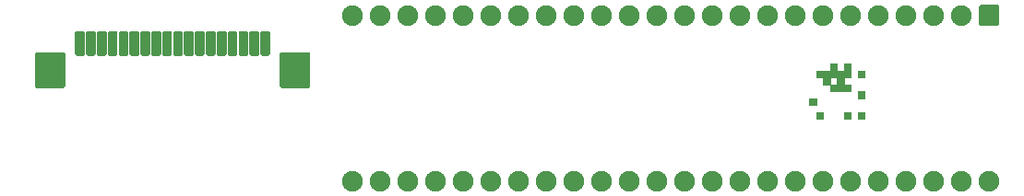
<source format=gbr>
G04 #@! TF.GenerationSoftware,KiCad,Pcbnew,(5.1.12)-1*
G04 #@! TF.CreationDate,2021-12-09T22:35:20+00:00*
G04 #@! TF.ProjectId,RGBtoHDMI Amiga Denise DIP Breakout FFC - CDTV v2,52474274-6f48-4444-9d49-20416d696761,v2*
G04 #@! TF.SameCoordinates,Original*
G04 #@! TF.FileFunction,Soldermask,Top*
G04 #@! TF.FilePolarity,Negative*
%FSLAX46Y46*%
G04 Gerber Fmt 4.6, Leading zero omitted, Abs format (unit mm)*
G04 Created by KiCad (PCBNEW (5.1.12)-1) date 2021-12-09 22:35:20*
%MOMM*%
%LPD*%
G01*
G04 APERTURE LIST*
%ADD10C,0.100000*%
%ADD11O,1.900000X1.900000*%
G04 APERTURE END LIST*
D10*
G36*
X148590000Y-76835000D02*
G01*
X147955000Y-76835000D01*
X147955000Y-76200000D01*
X148590000Y-76200000D01*
X148590000Y-76835000D01*
G37*
X148590000Y-76835000D02*
X147955000Y-76835000D01*
X147955000Y-76200000D01*
X148590000Y-76200000D01*
X148590000Y-76835000D01*
G36*
X148590000Y-77470000D02*
G01*
X147955000Y-77470000D01*
X147955000Y-76835000D01*
X148590000Y-76835000D01*
X148590000Y-77470000D01*
G37*
X148590000Y-77470000D02*
X147955000Y-77470000D01*
X147955000Y-76835000D01*
X148590000Y-76835000D01*
X148590000Y-77470000D01*
G36*
X149225000Y-77470000D02*
G01*
X148590000Y-77470000D01*
X148590000Y-76835000D01*
X149225000Y-76835000D01*
X149225000Y-77470000D01*
G37*
X149225000Y-77470000D02*
X148590000Y-77470000D01*
X148590000Y-76835000D01*
X149225000Y-76835000D01*
X149225000Y-77470000D01*
G36*
X147955000Y-77470000D02*
G01*
X147320000Y-77470000D01*
X147320000Y-76835000D01*
X147955000Y-76835000D01*
X147955000Y-77470000D01*
G37*
X147955000Y-77470000D02*
X147320000Y-77470000D01*
X147320000Y-76835000D01*
X147955000Y-76835000D01*
X147955000Y-77470000D01*
G36*
X147320000Y-76835000D02*
G01*
X146685000Y-76835000D01*
X146685000Y-76200000D01*
X147320000Y-76200000D01*
X147320000Y-76835000D01*
G37*
X147320000Y-76835000D02*
X146685000Y-76835000D01*
X146685000Y-76200000D01*
X147320000Y-76200000D01*
X147320000Y-76835000D01*
G36*
X150495000Y-76200000D02*
G01*
X149860000Y-76200000D01*
X149860000Y-75565000D01*
X150495000Y-75565000D01*
X150495000Y-76200000D01*
G37*
X150495000Y-76200000D02*
X149860000Y-76200000D01*
X149860000Y-75565000D01*
X150495000Y-75565000D01*
X150495000Y-76200000D01*
G36*
X150495000Y-80010000D02*
G01*
X149860000Y-80010000D01*
X149860000Y-79375000D01*
X150495000Y-79375000D01*
X150495000Y-80010000D01*
G37*
X150495000Y-80010000D02*
X149860000Y-80010000D01*
X149860000Y-79375000D01*
X150495000Y-79375000D01*
X150495000Y-80010000D01*
G36*
X149225000Y-75565000D02*
G01*
X148590000Y-75565000D01*
X148590000Y-74930000D01*
X149225000Y-74930000D01*
X149225000Y-75565000D01*
G37*
X149225000Y-75565000D02*
X148590000Y-75565000D01*
X148590000Y-74930000D01*
X149225000Y-74930000D01*
X149225000Y-75565000D01*
G36*
X149225000Y-76200000D02*
G01*
X148590000Y-76200000D01*
X148590000Y-75565000D01*
X149225000Y-75565000D01*
X149225000Y-76200000D01*
G37*
X149225000Y-76200000D02*
X148590000Y-76200000D01*
X148590000Y-75565000D01*
X149225000Y-75565000D01*
X149225000Y-76200000D01*
G36*
X148590000Y-76200000D02*
G01*
X147955000Y-76200000D01*
X147955000Y-75565000D01*
X148590000Y-75565000D01*
X148590000Y-76200000D01*
G37*
X148590000Y-76200000D02*
X147955000Y-76200000D01*
X147955000Y-75565000D01*
X148590000Y-75565000D01*
X148590000Y-76200000D01*
G36*
X147955000Y-76200000D02*
G01*
X147320000Y-76200000D01*
X147320000Y-75565000D01*
X147955000Y-75565000D01*
X147955000Y-76200000D01*
G37*
X147955000Y-76200000D02*
X147320000Y-76200000D01*
X147320000Y-75565000D01*
X147955000Y-75565000D01*
X147955000Y-76200000D01*
G36*
X147955000Y-75565000D02*
G01*
X147320000Y-75565000D01*
X147320000Y-74930000D01*
X147955000Y-74930000D01*
X147955000Y-75565000D01*
G37*
X147955000Y-75565000D02*
X147320000Y-75565000D01*
X147320000Y-74930000D01*
X147955000Y-74930000D01*
X147955000Y-75565000D01*
G36*
X147320000Y-76200000D02*
G01*
X146685000Y-76200000D01*
X146685000Y-75565000D01*
X147320000Y-75565000D01*
X147320000Y-76200000D01*
G37*
X147320000Y-76200000D02*
X146685000Y-76200000D01*
X146685000Y-75565000D01*
X147320000Y-75565000D01*
X147320000Y-76200000D01*
G36*
X146685000Y-76200000D02*
G01*
X146050000Y-76200000D01*
X146050000Y-75565000D01*
X146685000Y-75565000D01*
X146685000Y-76200000D01*
G37*
X146685000Y-76200000D02*
X146050000Y-76200000D01*
X146050000Y-75565000D01*
X146685000Y-75565000D01*
X146685000Y-76200000D01*
G36*
X146050000Y-78740000D02*
G01*
X145415000Y-78740000D01*
X145415000Y-78105000D01*
X146050000Y-78105000D01*
X146050000Y-78740000D01*
G37*
X146050000Y-78740000D02*
X145415000Y-78740000D01*
X145415000Y-78105000D01*
X146050000Y-78105000D01*
X146050000Y-78740000D01*
G36*
X146685000Y-80010000D02*
G01*
X146050000Y-80010000D01*
X146050000Y-79375000D01*
X146685000Y-79375000D01*
X146685000Y-80010000D01*
G37*
X146685000Y-80010000D02*
X146050000Y-80010000D01*
X146050000Y-79375000D01*
X146685000Y-79375000D01*
X146685000Y-80010000D01*
G36*
X149225000Y-80010000D02*
G01*
X148590000Y-80010000D01*
X148590000Y-79375000D01*
X149225000Y-79375000D01*
X149225000Y-80010000D01*
G37*
X149225000Y-80010000D02*
X148590000Y-80010000D01*
X148590000Y-79375000D01*
X149225000Y-79375000D01*
X149225000Y-80010000D01*
G36*
X150495000Y-78105000D02*
G01*
X149860000Y-78105000D01*
X149860000Y-77470000D01*
X150495000Y-77470000D01*
X150495000Y-78105000D01*
G37*
X150495000Y-78105000D02*
X149860000Y-78105000D01*
X149860000Y-77470000D01*
X150495000Y-77470000D01*
X150495000Y-78105000D01*
G36*
G01*
X161125000Y-69535000D02*
X162725000Y-69535000D01*
G75*
G02*
X162875000Y-69685000I0J-150000D01*
G01*
X162875000Y-71285000D01*
G75*
G02*
X162725000Y-71435000I-150000J0D01*
G01*
X161125000Y-71435000D01*
G75*
G02*
X160975000Y-71285000I0J150000D01*
G01*
X160975000Y-69685000D01*
G75*
G02*
X161125000Y-69535000I150000J0D01*
G01*
G37*
D11*
X103505000Y-85725000D03*
X159385000Y-70485000D03*
X106045000Y-85725000D03*
X156845000Y-70485000D03*
X108585000Y-85725000D03*
X154305000Y-70485000D03*
X111125000Y-85725000D03*
X151765000Y-70485000D03*
X113665000Y-85725000D03*
X149225000Y-70485000D03*
X116205000Y-85725000D03*
X146685000Y-70485000D03*
X118745000Y-85725000D03*
X144145000Y-70485000D03*
X121285000Y-85725000D03*
X141605000Y-70485000D03*
X123825000Y-85725000D03*
X139065000Y-70485000D03*
X126365000Y-85725000D03*
X136525000Y-70485000D03*
X128905000Y-85725000D03*
X133985000Y-70485000D03*
X131445000Y-85725000D03*
X131445000Y-70485000D03*
X133985000Y-85725000D03*
X128905000Y-70485000D03*
X136525000Y-85725000D03*
X126365000Y-70485000D03*
X139065000Y-85725000D03*
X123825000Y-70485000D03*
X141605000Y-85725000D03*
X121285000Y-70485000D03*
X144145000Y-85725000D03*
X118745000Y-70485000D03*
X146685000Y-85725000D03*
X116205000Y-70485000D03*
X149225000Y-85725000D03*
X113665000Y-70485000D03*
X151765000Y-85725000D03*
X111125000Y-70485000D03*
X154305000Y-85725000D03*
X108585000Y-70485000D03*
X156845000Y-85725000D03*
X106045000Y-70485000D03*
X159385000Y-85725000D03*
X103505000Y-70485000D03*
X161925000Y-85725000D03*
G36*
G01*
X74345000Y-77020000D02*
X74345000Y-74020000D01*
G75*
G02*
X74495000Y-73870000I150000J0D01*
G01*
X76995000Y-73870000D01*
G75*
G02*
X77145000Y-74020000I0J-150000D01*
G01*
X77145000Y-77020000D01*
G75*
G02*
X76995000Y-77170000I-150000J0D01*
G01*
X74495000Y-77170000D01*
G75*
G02*
X74345000Y-77020000I0J150000D01*
G01*
G37*
G36*
G01*
X96845000Y-77020000D02*
X96845000Y-74020000D01*
G75*
G02*
X96995000Y-73870000I150000J0D01*
G01*
X99495000Y-73870000D01*
G75*
G02*
X99645000Y-74020000I0J-150000D01*
G01*
X99645000Y-77020000D01*
G75*
G02*
X99495000Y-77170000I-150000J0D01*
G01*
X96995000Y-77170000D01*
G75*
G02*
X96845000Y-77020000I0J150000D01*
G01*
G37*
G36*
G01*
X95045000Y-74070000D02*
X95045000Y-72070000D01*
G75*
G02*
X95195000Y-71920000I150000J0D01*
G01*
X95795000Y-71920000D01*
G75*
G02*
X95945000Y-72070000I0J-150000D01*
G01*
X95945000Y-74070000D01*
G75*
G02*
X95795000Y-74220000I-150000J0D01*
G01*
X95195000Y-74220000D01*
G75*
G02*
X95045000Y-74070000I0J150000D01*
G01*
G37*
G36*
G01*
X94045000Y-74070000D02*
X94045000Y-72070000D01*
G75*
G02*
X94195000Y-71920000I150000J0D01*
G01*
X94795000Y-71920000D01*
G75*
G02*
X94945000Y-72070000I0J-150000D01*
G01*
X94945000Y-74070000D01*
G75*
G02*
X94795000Y-74220000I-150000J0D01*
G01*
X94195000Y-74220000D01*
G75*
G02*
X94045000Y-74070000I0J150000D01*
G01*
G37*
G36*
G01*
X93045000Y-74070000D02*
X93045000Y-72070000D01*
G75*
G02*
X93195000Y-71920000I150000J0D01*
G01*
X93795000Y-71920000D01*
G75*
G02*
X93945000Y-72070000I0J-150000D01*
G01*
X93945000Y-74070000D01*
G75*
G02*
X93795000Y-74220000I-150000J0D01*
G01*
X93195000Y-74220000D01*
G75*
G02*
X93045000Y-74070000I0J150000D01*
G01*
G37*
G36*
G01*
X92045000Y-74070000D02*
X92045000Y-72070000D01*
G75*
G02*
X92195000Y-71920000I150000J0D01*
G01*
X92795000Y-71920000D01*
G75*
G02*
X92945000Y-72070000I0J-150000D01*
G01*
X92945000Y-74070000D01*
G75*
G02*
X92795000Y-74220000I-150000J0D01*
G01*
X92195000Y-74220000D01*
G75*
G02*
X92045000Y-74070000I0J150000D01*
G01*
G37*
G36*
G01*
X91045000Y-74070000D02*
X91045000Y-72070000D01*
G75*
G02*
X91195000Y-71920000I150000J0D01*
G01*
X91795000Y-71920000D01*
G75*
G02*
X91945000Y-72070000I0J-150000D01*
G01*
X91945000Y-74070000D01*
G75*
G02*
X91795000Y-74220000I-150000J0D01*
G01*
X91195000Y-74220000D01*
G75*
G02*
X91045000Y-74070000I0J150000D01*
G01*
G37*
G36*
G01*
X90045000Y-74070000D02*
X90045000Y-72070000D01*
G75*
G02*
X90195000Y-71920000I150000J0D01*
G01*
X90795000Y-71920000D01*
G75*
G02*
X90945000Y-72070000I0J-150000D01*
G01*
X90945000Y-74070000D01*
G75*
G02*
X90795000Y-74220000I-150000J0D01*
G01*
X90195000Y-74220000D01*
G75*
G02*
X90045000Y-74070000I0J150000D01*
G01*
G37*
G36*
G01*
X89045000Y-74070000D02*
X89045000Y-72070000D01*
G75*
G02*
X89195000Y-71920000I150000J0D01*
G01*
X89795000Y-71920000D01*
G75*
G02*
X89945000Y-72070000I0J-150000D01*
G01*
X89945000Y-74070000D01*
G75*
G02*
X89795000Y-74220000I-150000J0D01*
G01*
X89195000Y-74220000D01*
G75*
G02*
X89045000Y-74070000I0J150000D01*
G01*
G37*
G36*
G01*
X88045000Y-74070000D02*
X88045000Y-72070000D01*
G75*
G02*
X88195000Y-71920000I150000J0D01*
G01*
X88795000Y-71920000D01*
G75*
G02*
X88945000Y-72070000I0J-150000D01*
G01*
X88945000Y-74070000D01*
G75*
G02*
X88795000Y-74220000I-150000J0D01*
G01*
X88195000Y-74220000D01*
G75*
G02*
X88045000Y-74070000I0J150000D01*
G01*
G37*
G36*
G01*
X87045000Y-74070000D02*
X87045000Y-72070000D01*
G75*
G02*
X87195000Y-71920000I150000J0D01*
G01*
X87795000Y-71920000D01*
G75*
G02*
X87945000Y-72070000I0J-150000D01*
G01*
X87945000Y-74070000D01*
G75*
G02*
X87795000Y-74220000I-150000J0D01*
G01*
X87195000Y-74220000D01*
G75*
G02*
X87045000Y-74070000I0J150000D01*
G01*
G37*
G36*
G01*
X86045000Y-74070000D02*
X86045000Y-72070000D01*
G75*
G02*
X86195000Y-71920000I150000J0D01*
G01*
X86795000Y-71920000D01*
G75*
G02*
X86945000Y-72070000I0J-150000D01*
G01*
X86945000Y-74070000D01*
G75*
G02*
X86795000Y-74220000I-150000J0D01*
G01*
X86195000Y-74220000D01*
G75*
G02*
X86045000Y-74070000I0J150000D01*
G01*
G37*
G36*
G01*
X85045000Y-74070000D02*
X85045000Y-72070000D01*
G75*
G02*
X85195000Y-71920000I150000J0D01*
G01*
X85795000Y-71920000D01*
G75*
G02*
X85945000Y-72070000I0J-150000D01*
G01*
X85945000Y-74070000D01*
G75*
G02*
X85795000Y-74220000I-150000J0D01*
G01*
X85195000Y-74220000D01*
G75*
G02*
X85045000Y-74070000I0J150000D01*
G01*
G37*
G36*
G01*
X84045000Y-74070000D02*
X84045000Y-72070000D01*
G75*
G02*
X84195000Y-71920000I150000J0D01*
G01*
X84795000Y-71920000D01*
G75*
G02*
X84945000Y-72070000I0J-150000D01*
G01*
X84945000Y-74070000D01*
G75*
G02*
X84795000Y-74220000I-150000J0D01*
G01*
X84195000Y-74220000D01*
G75*
G02*
X84045000Y-74070000I0J150000D01*
G01*
G37*
G36*
G01*
X83045000Y-74070000D02*
X83045000Y-72070000D01*
G75*
G02*
X83195000Y-71920000I150000J0D01*
G01*
X83795000Y-71920000D01*
G75*
G02*
X83945000Y-72070000I0J-150000D01*
G01*
X83945000Y-74070000D01*
G75*
G02*
X83795000Y-74220000I-150000J0D01*
G01*
X83195000Y-74220000D01*
G75*
G02*
X83045000Y-74070000I0J150000D01*
G01*
G37*
G36*
G01*
X82045000Y-74070000D02*
X82045000Y-72070000D01*
G75*
G02*
X82195000Y-71920000I150000J0D01*
G01*
X82795000Y-71920000D01*
G75*
G02*
X82945000Y-72070000I0J-150000D01*
G01*
X82945000Y-74070000D01*
G75*
G02*
X82795000Y-74220000I-150000J0D01*
G01*
X82195000Y-74220000D01*
G75*
G02*
X82045000Y-74070000I0J150000D01*
G01*
G37*
G36*
G01*
X81045000Y-74070000D02*
X81045000Y-72070000D01*
G75*
G02*
X81195000Y-71920000I150000J0D01*
G01*
X81795000Y-71920000D01*
G75*
G02*
X81945000Y-72070000I0J-150000D01*
G01*
X81945000Y-74070000D01*
G75*
G02*
X81795000Y-74220000I-150000J0D01*
G01*
X81195000Y-74220000D01*
G75*
G02*
X81045000Y-74070000I0J150000D01*
G01*
G37*
G36*
G01*
X80045000Y-74070000D02*
X80045000Y-72070000D01*
G75*
G02*
X80195000Y-71920000I150000J0D01*
G01*
X80795000Y-71920000D01*
G75*
G02*
X80945000Y-72070000I0J-150000D01*
G01*
X80945000Y-74070000D01*
G75*
G02*
X80795000Y-74220000I-150000J0D01*
G01*
X80195000Y-74220000D01*
G75*
G02*
X80045000Y-74070000I0J150000D01*
G01*
G37*
G36*
G01*
X79045000Y-74070000D02*
X79045000Y-72070000D01*
G75*
G02*
X79195000Y-71920000I150000J0D01*
G01*
X79795000Y-71920000D01*
G75*
G02*
X79945000Y-72070000I0J-150000D01*
G01*
X79945000Y-74070000D01*
G75*
G02*
X79795000Y-74220000I-150000J0D01*
G01*
X79195000Y-74220000D01*
G75*
G02*
X79045000Y-74070000I0J150000D01*
G01*
G37*
G36*
G01*
X78045000Y-74070000D02*
X78045000Y-72070000D01*
G75*
G02*
X78195000Y-71920000I150000J0D01*
G01*
X78795000Y-71920000D01*
G75*
G02*
X78945000Y-72070000I0J-150000D01*
G01*
X78945000Y-74070000D01*
G75*
G02*
X78795000Y-74220000I-150000J0D01*
G01*
X78195000Y-74220000D01*
G75*
G02*
X78045000Y-74070000I0J150000D01*
G01*
G37*
M02*

</source>
